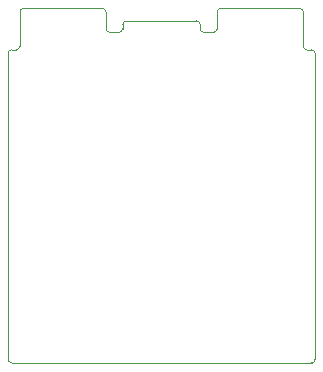
<source format=gbr>
%TF.GenerationSoftware,KiCad,Pcbnew,9.0.5*%
%TF.CreationDate,2025-10-28T13:43:02-04:00*%
%TF.ProjectId,USBC_I2C,55534243-5f49-4324-932e-6b696361645f,rev?*%
%TF.SameCoordinates,Original*%
%TF.FileFunction,Profile,NP*%
%FSLAX46Y46*%
G04 Gerber Fmt 4.6, Leading zero omitted, Abs format (unit mm)*
G04 Created by KiCad (PCBNEW 9.0.5) date 2025-10-28 13:43:02*
%MOMM*%
%LPD*%
G01*
G04 APERTURE LIST*
%TA.AperFunction,Profile*%
%ADD10C,0.050000*%
%TD*%
G04 APERTURE END LIST*
D10*
X99777900Y-58210000D02*
X93840000Y-58210000D01*
X92420000Y-59160000D02*
X93240000Y-59160000D01*
X101220000Y-59160000D02*
X100377868Y-59160000D01*
X93540000Y-58510000D02*
X93540000Y-58860000D01*
X93540000Y-58510000D02*
G75*
G02*
X93840000Y-58210000I300000J0D01*
G01*
X93540000Y-58860000D02*
G75*
G02*
X93240000Y-59160000I-300000J0D01*
G01*
X84820000Y-57460000D02*
G75*
G02*
X85120000Y-57160000I300000J0D01*
G01*
X99777868Y-58210000D02*
G75*
G02*
X100077900Y-58510000I32J-300000D01*
G01*
X109120000Y-60660000D02*
G75*
G02*
X108820000Y-60360000I0J300000D01*
G01*
X109120000Y-60660000D02*
X109520000Y-60660000D01*
X109520000Y-60660000D02*
G75*
G02*
X109820000Y-60960000I0J-300000D01*
G01*
X91820000Y-57160000D02*
G75*
G02*
X92120000Y-57460000I0J-300000D01*
G01*
X108820000Y-60360000D02*
X108820000Y-57460000D01*
X100077868Y-58510000D02*
X100077868Y-58860000D01*
X84820000Y-60360000D02*
G75*
G02*
X84520000Y-60660000I-300000J0D01*
G01*
X84120000Y-87160000D02*
X109520000Y-87160000D01*
X109820000Y-86860000D02*
X109820000Y-60960000D01*
X108520000Y-57160000D02*
X101820000Y-57160000D01*
X83824800Y-60955200D02*
X83820000Y-86868000D01*
X83824800Y-60955200D02*
G75*
G02*
X84124800Y-60655200I300000J0D01*
G01*
X92120000Y-58860000D02*
X92120000Y-57460000D01*
X84820000Y-57460000D02*
X84820000Y-60360000D01*
X109820000Y-86860000D02*
G75*
G02*
X109520000Y-87160000I-300000J0D01*
G01*
X85120000Y-57160000D02*
X91820000Y-57160000D01*
X100377868Y-59160000D02*
G75*
G02*
X100077900Y-58860000I32J300000D01*
G01*
X101520000Y-58860000D02*
G75*
G02*
X101220000Y-59160000I-300000J0D01*
G01*
X101520000Y-57460000D02*
G75*
G02*
X101820000Y-57160000I300000J0D01*
G01*
X92420000Y-59160000D02*
G75*
G02*
X92120000Y-58860000I0J300000D01*
G01*
X108520000Y-57160000D02*
G75*
G02*
X108820000Y-57460000I0J-300000D01*
G01*
X101520000Y-58860000D02*
X101520000Y-57460000D01*
X84120000Y-87160000D02*
G75*
G02*
X83820000Y-86860000I0J300000D01*
G01*
X84520000Y-60660000D02*
X84124800Y-60655200D01*
M02*

</source>
